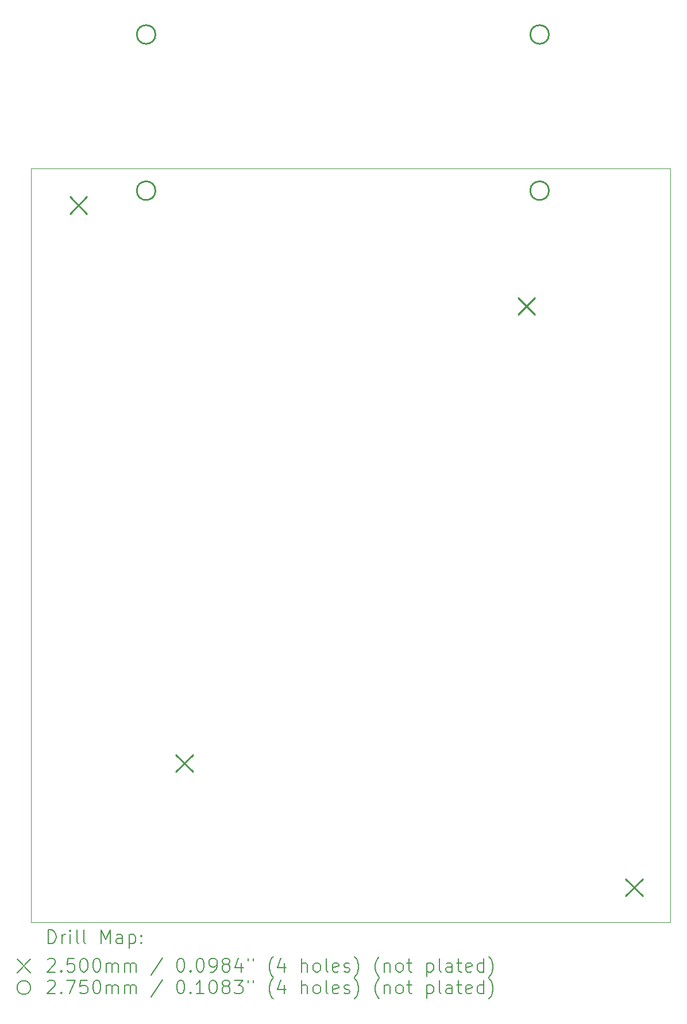
<source format=gbr>
%TF.GenerationSoftware,KiCad,Pcbnew,7.0.10*%
%TF.CreationDate,2024-02-10T20:18:08-06:00*%
%TF.ProjectId,DAQ,4441512e-6b69-4636-9164-5f7063625858,rev?*%
%TF.SameCoordinates,Original*%
%TF.FileFunction,Drillmap*%
%TF.FilePolarity,Positive*%
%FSLAX45Y45*%
G04 Gerber Fmt 4.5, Leading zero omitted, Abs format (unit mm)*
G04 Created by KiCad (PCBNEW 7.0.10) date 2024-02-10 20:18:08*
%MOMM*%
%LPD*%
G01*
G04 APERTURE LIST*
%ADD10C,0.100000*%
%ADD11C,0.200000*%
%ADD12C,0.250000*%
%ADD13C,0.275000*%
G04 APERTURE END LIST*
D10*
X2438400Y-8331200D02*
X11861800Y-8331200D01*
X11861800Y-19431000D01*
X2438400Y-19431000D01*
X2438400Y-8331200D01*
D11*
D12*
X3011900Y-8752300D02*
X3261900Y-9002300D01*
X3261900Y-8752300D02*
X3011900Y-9002300D01*
X4574000Y-16969200D02*
X4824000Y-17219200D01*
X4824000Y-16969200D02*
X4574000Y-17219200D01*
X9615900Y-10238200D02*
X9865900Y-10488200D01*
X9865900Y-10238200D02*
X9615900Y-10488200D01*
X11203400Y-18798000D02*
X11453400Y-19048000D01*
X11453400Y-18798000D02*
X11203400Y-19048000D01*
D13*
X4273300Y-6361400D02*
G75*
G03*
X3998300Y-6361400I-137500J0D01*
G01*
X3998300Y-6361400D02*
G75*
G03*
X4273300Y-6361400I137500J0D01*
G01*
X4273300Y-8661400D02*
G75*
G03*
X3998300Y-8661400I-137500J0D01*
G01*
X3998300Y-8661400D02*
G75*
G03*
X4273300Y-8661400I137500J0D01*
G01*
X10073300Y-6361400D02*
G75*
G03*
X9798300Y-6361400I-137500J0D01*
G01*
X9798300Y-6361400D02*
G75*
G03*
X10073300Y-6361400I137500J0D01*
G01*
X10073300Y-8661400D02*
G75*
G03*
X9798300Y-8661400I-137500J0D01*
G01*
X9798300Y-8661400D02*
G75*
G03*
X10073300Y-8661400I137500J0D01*
G01*
D11*
X2694177Y-19747484D02*
X2694177Y-19547484D01*
X2694177Y-19547484D02*
X2741796Y-19547484D01*
X2741796Y-19547484D02*
X2770367Y-19557008D01*
X2770367Y-19557008D02*
X2789415Y-19576055D01*
X2789415Y-19576055D02*
X2798939Y-19595103D01*
X2798939Y-19595103D02*
X2808462Y-19633198D01*
X2808462Y-19633198D02*
X2808462Y-19661770D01*
X2808462Y-19661770D02*
X2798939Y-19699865D01*
X2798939Y-19699865D02*
X2789415Y-19718912D01*
X2789415Y-19718912D02*
X2770367Y-19737960D01*
X2770367Y-19737960D02*
X2741796Y-19747484D01*
X2741796Y-19747484D02*
X2694177Y-19747484D01*
X2894177Y-19747484D02*
X2894177Y-19614150D01*
X2894177Y-19652246D02*
X2903701Y-19633198D01*
X2903701Y-19633198D02*
X2913224Y-19623674D01*
X2913224Y-19623674D02*
X2932272Y-19614150D01*
X2932272Y-19614150D02*
X2951320Y-19614150D01*
X3017986Y-19747484D02*
X3017986Y-19614150D01*
X3017986Y-19547484D02*
X3008462Y-19557008D01*
X3008462Y-19557008D02*
X3017986Y-19566531D01*
X3017986Y-19566531D02*
X3027510Y-19557008D01*
X3027510Y-19557008D02*
X3017986Y-19547484D01*
X3017986Y-19547484D02*
X3017986Y-19566531D01*
X3141796Y-19747484D02*
X3122748Y-19737960D01*
X3122748Y-19737960D02*
X3113224Y-19718912D01*
X3113224Y-19718912D02*
X3113224Y-19547484D01*
X3246558Y-19747484D02*
X3227510Y-19737960D01*
X3227510Y-19737960D02*
X3217986Y-19718912D01*
X3217986Y-19718912D02*
X3217986Y-19547484D01*
X3475129Y-19747484D02*
X3475129Y-19547484D01*
X3475129Y-19547484D02*
X3541796Y-19690341D01*
X3541796Y-19690341D02*
X3608462Y-19547484D01*
X3608462Y-19547484D02*
X3608462Y-19747484D01*
X3789415Y-19747484D02*
X3789415Y-19642722D01*
X3789415Y-19642722D02*
X3779891Y-19623674D01*
X3779891Y-19623674D02*
X3760843Y-19614150D01*
X3760843Y-19614150D02*
X3722748Y-19614150D01*
X3722748Y-19614150D02*
X3703701Y-19623674D01*
X3789415Y-19737960D02*
X3770367Y-19747484D01*
X3770367Y-19747484D02*
X3722748Y-19747484D01*
X3722748Y-19747484D02*
X3703701Y-19737960D01*
X3703701Y-19737960D02*
X3694177Y-19718912D01*
X3694177Y-19718912D02*
X3694177Y-19699865D01*
X3694177Y-19699865D02*
X3703701Y-19680817D01*
X3703701Y-19680817D02*
X3722748Y-19671293D01*
X3722748Y-19671293D02*
X3770367Y-19671293D01*
X3770367Y-19671293D02*
X3789415Y-19661770D01*
X3884653Y-19614150D02*
X3884653Y-19814150D01*
X3884653Y-19623674D02*
X3903701Y-19614150D01*
X3903701Y-19614150D02*
X3941796Y-19614150D01*
X3941796Y-19614150D02*
X3960843Y-19623674D01*
X3960843Y-19623674D02*
X3970367Y-19633198D01*
X3970367Y-19633198D02*
X3979891Y-19652246D01*
X3979891Y-19652246D02*
X3979891Y-19709389D01*
X3979891Y-19709389D02*
X3970367Y-19728436D01*
X3970367Y-19728436D02*
X3960843Y-19737960D01*
X3960843Y-19737960D02*
X3941796Y-19747484D01*
X3941796Y-19747484D02*
X3903701Y-19747484D01*
X3903701Y-19747484D02*
X3884653Y-19737960D01*
X4065605Y-19728436D02*
X4075129Y-19737960D01*
X4075129Y-19737960D02*
X4065605Y-19747484D01*
X4065605Y-19747484D02*
X4056082Y-19737960D01*
X4056082Y-19737960D02*
X4065605Y-19728436D01*
X4065605Y-19728436D02*
X4065605Y-19747484D01*
X4065605Y-19623674D02*
X4075129Y-19633198D01*
X4075129Y-19633198D02*
X4065605Y-19642722D01*
X4065605Y-19642722D02*
X4056082Y-19633198D01*
X4056082Y-19633198D02*
X4065605Y-19623674D01*
X4065605Y-19623674D02*
X4065605Y-19642722D01*
X2233400Y-19976000D02*
X2433400Y-20176000D01*
X2433400Y-19976000D02*
X2233400Y-20176000D01*
X2684653Y-19986531D02*
X2694177Y-19977008D01*
X2694177Y-19977008D02*
X2713224Y-19967484D01*
X2713224Y-19967484D02*
X2760844Y-19967484D01*
X2760844Y-19967484D02*
X2779891Y-19977008D01*
X2779891Y-19977008D02*
X2789415Y-19986531D01*
X2789415Y-19986531D02*
X2798939Y-20005579D01*
X2798939Y-20005579D02*
X2798939Y-20024627D01*
X2798939Y-20024627D02*
X2789415Y-20053198D01*
X2789415Y-20053198D02*
X2675129Y-20167484D01*
X2675129Y-20167484D02*
X2798939Y-20167484D01*
X2884653Y-20148436D02*
X2894177Y-20157960D01*
X2894177Y-20157960D02*
X2884653Y-20167484D01*
X2884653Y-20167484D02*
X2875129Y-20157960D01*
X2875129Y-20157960D02*
X2884653Y-20148436D01*
X2884653Y-20148436D02*
X2884653Y-20167484D01*
X3075129Y-19967484D02*
X2979891Y-19967484D01*
X2979891Y-19967484D02*
X2970367Y-20062722D01*
X2970367Y-20062722D02*
X2979891Y-20053198D01*
X2979891Y-20053198D02*
X2998939Y-20043674D01*
X2998939Y-20043674D02*
X3046558Y-20043674D01*
X3046558Y-20043674D02*
X3065605Y-20053198D01*
X3065605Y-20053198D02*
X3075129Y-20062722D01*
X3075129Y-20062722D02*
X3084653Y-20081770D01*
X3084653Y-20081770D02*
X3084653Y-20129389D01*
X3084653Y-20129389D02*
X3075129Y-20148436D01*
X3075129Y-20148436D02*
X3065605Y-20157960D01*
X3065605Y-20157960D02*
X3046558Y-20167484D01*
X3046558Y-20167484D02*
X2998939Y-20167484D01*
X2998939Y-20167484D02*
X2979891Y-20157960D01*
X2979891Y-20157960D02*
X2970367Y-20148436D01*
X3208462Y-19967484D02*
X3227510Y-19967484D01*
X3227510Y-19967484D02*
X3246558Y-19977008D01*
X3246558Y-19977008D02*
X3256082Y-19986531D01*
X3256082Y-19986531D02*
X3265605Y-20005579D01*
X3265605Y-20005579D02*
X3275129Y-20043674D01*
X3275129Y-20043674D02*
X3275129Y-20091293D01*
X3275129Y-20091293D02*
X3265605Y-20129389D01*
X3265605Y-20129389D02*
X3256082Y-20148436D01*
X3256082Y-20148436D02*
X3246558Y-20157960D01*
X3246558Y-20157960D02*
X3227510Y-20167484D01*
X3227510Y-20167484D02*
X3208462Y-20167484D01*
X3208462Y-20167484D02*
X3189415Y-20157960D01*
X3189415Y-20157960D02*
X3179891Y-20148436D01*
X3179891Y-20148436D02*
X3170367Y-20129389D01*
X3170367Y-20129389D02*
X3160843Y-20091293D01*
X3160843Y-20091293D02*
X3160843Y-20043674D01*
X3160843Y-20043674D02*
X3170367Y-20005579D01*
X3170367Y-20005579D02*
X3179891Y-19986531D01*
X3179891Y-19986531D02*
X3189415Y-19977008D01*
X3189415Y-19977008D02*
X3208462Y-19967484D01*
X3398939Y-19967484D02*
X3417986Y-19967484D01*
X3417986Y-19967484D02*
X3437034Y-19977008D01*
X3437034Y-19977008D02*
X3446558Y-19986531D01*
X3446558Y-19986531D02*
X3456082Y-20005579D01*
X3456082Y-20005579D02*
X3465605Y-20043674D01*
X3465605Y-20043674D02*
X3465605Y-20091293D01*
X3465605Y-20091293D02*
X3456082Y-20129389D01*
X3456082Y-20129389D02*
X3446558Y-20148436D01*
X3446558Y-20148436D02*
X3437034Y-20157960D01*
X3437034Y-20157960D02*
X3417986Y-20167484D01*
X3417986Y-20167484D02*
X3398939Y-20167484D01*
X3398939Y-20167484D02*
X3379891Y-20157960D01*
X3379891Y-20157960D02*
X3370367Y-20148436D01*
X3370367Y-20148436D02*
X3360843Y-20129389D01*
X3360843Y-20129389D02*
X3351320Y-20091293D01*
X3351320Y-20091293D02*
X3351320Y-20043674D01*
X3351320Y-20043674D02*
X3360843Y-20005579D01*
X3360843Y-20005579D02*
X3370367Y-19986531D01*
X3370367Y-19986531D02*
X3379891Y-19977008D01*
X3379891Y-19977008D02*
X3398939Y-19967484D01*
X3551320Y-20167484D02*
X3551320Y-20034150D01*
X3551320Y-20053198D02*
X3560843Y-20043674D01*
X3560843Y-20043674D02*
X3579891Y-20034150D01*
X3579891Y-20034150D02*
X3608463Y-20034150D01*
X3608463Y-20034150D02*
X3627510Y-20043674D01*
X3627510Y-20043674D02*
X3637034Y-20062722D01*
X3637034Y-20062722D02*
X3637034Y-20167484D01*
X3637034Y-20062722D02*
X3646558Y-20043674D01*
X3646558Y-20043674D02*
X3665605Y-20034150D01*
X3665605Y-20034150D02*
X3694177Y-20034150D01*
X3694177Y-20034150D02*
X3713224Y-20043674D01*
X3713224Y-20043674D02*
X3722748Y-20062722D01*
X3722748Y-20062722D02*
X3722748Y-20167484D01*
X3817986Y-20167484D02*
X3817986Y-20034150D01*
X3817986Y-20053198D02*
X3827510Y-20043674D01*
X3827510Y-20043674D02*
X3846558Y-20034150D01*
X3846558Y-20034150D02*
X3875129Y-20034150D01*
X3875129Y-20034150D02*
X3894177Y-20043674D01*
X3894177Y-20043674D02*
X3903701Y-20062722D01*
X3903701Y-20062722D02*
X3903701Y-20167484D01*
X3903701Y-20062722D02*
X3913224Y-20043674D01*
X3913224Y-20043674D02*
X3932272Y-20034150D01*
X3932272Y-20034150D02*
X3960843Y-20034150D01*
X3960843Y-20034150D02*
X3979891Y-20043674D01*
X3979891Y-20043674D02*
X3989415Y-20062722D01*
X3989415Y-20062722D02*
X3989415Y-20167484D01*
X4379891Y-19957960D02*
X4208463Y-20215103D01*
X4637034Y-19967484D02*
X4656082Y-19967484D01*
X4656082Y-19967484D02*
X4675129Y-19977008D01*
X4675129Y-19977008D02*
X4684653Y-19986531D01*
X4684653Y-19986531D02*
X4694177Y-20005579D01*
X4694177Y-20005579D02*
X4703701Y-20043674D01*
X4703701Y-20043674D02*
X4703701Y-20091293D01*
X4703701Y-20091293D02*
X4694177Y-20129389D01*
X4694177Y-20129389D02*
X4684653Y-20148436D01*
X4684653Y-20148436D02*
X4675129Y-20157960D01*
X4675129Y-20157960D02*
X4656082Y-20167484D01*
X4656082Y-20167484D02*
X4637034Y-20167484D01*
X4637034Y-20167484D02*
X4617987Y-20157960D01*
X4617987Y-20157960D02*
X4608463Y-20148436D01*
X4608463Y-20148436D02*
X4598939Y-20129389D01*
X4598939Y-20129389D02*
X4589415Y-20091293D01*
X4589415Y-20091293D02*
X4589415Y-20043674D01*
X4589415Y-20043674D02*
X4598939Y-20005579D01*
X4598939Y-20005579D02*
X4608463Y-19986531D01*
X4608463Y-19986531D02*
X4617987Y-19977008D01*
X4617987Y-19977008D02*
X4637034Y-19967484D01*
X4789415Y-20148436D02*
X4798939Y-20157960D01*
X4798939Y-20157960D02*
X4789415Y-20167484D01*
X4789415Y-20167484D02*
X4779891Y-20157960D01*
X4779891Y-20157960D02*
X4789415Y-20148436D01*
X4789415Y-20148436D02*
X4789415Y-20167484D01*
X4922748Y-19967484D02*
X4941796Y-19967484D01*
X4941796Y-19967484D02*
X4960844Y-19977008D01*
X4960844Y-19977008D02*
X4970368Y-19986531D01*
X4970368Y-19986531D02*
X4979891Y-20005579D01*
X4979891Y-20005579D02*
X4989415Y-20043674D01*
X4989415Y-20043674D02*
X4989415Y-20091293D01*
X4989415Y-20091293D02*
X4979891Y-20129389D01*
X4979891Y-20129389D02*
X4970368Y-20148436D01*
X4970368Y-20148436D02*
X4960844Y-20157960D01*
X4960844Y-20157960D02*
X4941796Y-20167484D01*
X4941796Y-20167484D02*
X4922748Y-20167484D01*
X4922748Y-20167484D02*
X4903701Y-20157960D01*
X4903701Y-20157960D02*
X4894177Y-20148436D01*
X4894177Y-20148436D02*
X4884653Y-20129389D01*
X4884653Y-20129389D02*
X4875129Y-20091293D01*
X4875129Y-20091293D02*
X4875129Y-20043674D01*
X4875129Y-20043674D02*
X4884653Y-20005579D01*
X4884653Y-20005579D02*
X4894177Y-19986531D01*
X4894177Y-19986531D02*
X4903701Y-19977008D01*
X4903701Y-19977008D02*
X4922748Y-19967484D01*
X5084653Y-20167484D02*
X5122748Y-20167484D01*
X5122748Y-20167484D02*
X5141796Y-20157960D01*
X5141796Y-20157960D02*
X5151320Y-20148436D01*
X5151320Y-20148436D02*
X5170368Y-20119865D01*
X5170368Y-20119865D02*
X5179891Y-20081770D01*
X5179891Y-20081770D02*
X5179891Y-20005579D01*
X5179891Y-20005579D02*
X5170368Y-19986531D01*
X5170368Y-19986531D02*
X5160844Y-19977008D01*
X5160844Y-19977008D02*
X5141796Y-19967484D01*
X5141796Y-19967484D02*
X5103701Y-19967484D01*
X5103701Y-19967484D02*
X5084653Y-19977008D01*
X5084653Y-19977008D02*
X5075129Y-19986531D01*
X5075129Y-19986531D02*
X5065606Y-20005579D01*
X5065606Y-20005579D02*
X5065606Y-20053198D01*
X5065606Y-20053198D02*
X5075129Y-20072246D01*
X5075129Y-20072246D02*
X5084653Y-20081770D01*
X5084653Y-20081770D02*
X5103701Y-20091293D01*
X5103701Y-20091293D02*
X5141796Y-20091293D01*
X5141796Y-20091293D02*
X5160844Y-20081770D01*
X5160844Y-20081770D02*
X5170368Y-20072246D01*
X5170368Y-20072246D02*
X5179891Y-20053198D01*
X5294177Y-20053198D02*
X5275129Y-20043674D01*
X5275129Y-20043674D02*
X5265606Y-20034150D01*
X5265606Y-20034150D02*
X5256082Y-20015103D01*
X5256082Y-20015103D02*
X5256082Y-20005579D01*
X5256082Y-20005579D02*
X5265606Y-19986531D01*
X5265606Y-19986531D02*
X5275129Y-19977008D01*
X5275129Y-19977008D02*
X5294177Y-19967484D01*
X5294177Y-19967484D02*
X5332272Y-19967484D01*
X5332272Y-19967484D02*
X5351320Y-19977008D01*
X5351320Y-19977008D02*
X5360844Y-19986531D01*
X5360844Y-19986531D02*
X5370368Y-20005579D01*
X5370368Y-20005579D02*
X5370368Y-20015103D01*
X5370368Y-20015103D02*
X5360844Y-20034150D01*
X5360844Y-20034150D02*
X5351320Y-20043674D01*
X5351320Y-20043674D02*
X5332272Y-20053198D01*
X5332272Y-20053198D02*
X5294177Y-20053198D01*
X5294177Y-20053198D02*
X5275129Y-20062722D01*
X5275129Y-20062722D02*
X5265606Y-20072246D01*
X5265606Y-20072246D02*
X5256082Y-20091293D01*
X5256082Y-20091293D02*
X5256082Y-20129389D01*
X5256082Y-20129389D02*
X5265606Y-20148436D01*
X5265606Y-20148436D02*
X5275129Y-20157960D01*
X5275129Y-20157960D02*
X5294177Y-20167484D01*
X5294177Y-20167484D02*
X5332272Y-20167484D01*
X5332272Y-20167484D02*
X5351320Y-20157960D01*
X5351320Y-20157960D02*
X5360844Y-20148436D01*
X5360844Y-20148436D02*
X5370368Y-20129389D01*
X5370368Y-20129389D02*
X5370368Y-20091293D01*
X5370368Y-20091293D02*
X5360844Y-20072246D01*
X5360844Y-20072246D02*
X5351320Y-20062722D01*
X5351320Y-20062722D02*
X5332272Y-20053198D01*
X5541796Y-20034150D02*
X5541796Y-20167484D01*
X5494177Y-19957960D02*
X5446558Y-20100817D01*
X5446558Y-20100817D02*
X5570368Y-20100817D01*
X5637034Y-19967484D02*
X5637034Y-20005579D01*
X5713225Y-19967484D02*
X5713225Y-20005579D01*
X6008463Y-20243674D02*
X5998939Y-20234150D01*
X5998939Y-20234150D02*
X5979891Y-20205579D01*
X5979891Y-20205579D02*
X5970368Y-20186531D01*
X5970368Y-20186531D02*
X5960844Y-20157960D01*
X5960844Y-20157960D02*
X5951320Y-20110341D01*
X5951320Y-20110341D02*
X5951320Y-20072246D01*
X5951320Y-20072246D02*
X5960844Y-20024627D01*
X5960844Y-20024627D02*
X5970368Y-19996055D01*
X5970368Y-19996055D02*
X5979891Y-19977008D01*
X5979891Y-19977008D02*
X5998939Y-19948436D01*
X5998939Y-19948436D02*
X6008463Y-19938912D01*
X6170368Y-20034150D02*
X6170368Y-20167484D01*
X6122748Y-19957960D02*
X6075129Y-20100817D01*
X6075129Y-20100817D02*
X6198939Y-20100817D01*
X6427510Y-20167484D02*
X6427510Y-19967484D01*
X6513225Y-20167484D02*
X6513225Y-20062722D01*
X6513225Y-20062722D02*
X6503701Y-20043674D01*
X6503701Y-20043674D02*
X6484653Y-20034150D01*
X6484653Y-20034150D02*
X6456082Y-20034150D01*
X6456082Y-20034150D02*
X6437034Y-20043674D01*
X6437034Y-20043674D02*
X6427510Y-20053198D01*
X6637034Y-20167484D02*
X6617987Y-20157960D01*
X6617987Y-20157960D02*
X6608463Y-20148436D01*
X6608463Y-20148436D02*
X6598939Y-20129389D01*
X6598939Y-20129389D02*
X6598939Y-20072246D01*
X6598939Y-20072246D02*
X6608463Y-20053198D01*
X6608463Y-20053198D02*
X6617987Y-20043674D01*
X6617987Y-20043674D02*
X6637034Y-20034150D01*
X6637034Y-20034150D02*
X6665606Y-20034150D01*
X6665606Y-20034150D02*
X6684653Y-20043674D01*
X6684653Y-20043674D02*
X6694177Y-20053198D01*
X6694177Y-20053198D02*
X6703701Y-20072246D01*
X6703701Y-20072246D02*
X6703701Y-20129389D01*
X6703701Y-20129389D02*
X6694177Y-20148436D01*
X6694177Y-20148436D02*
X6684653Y-20157960D01*
X6684653Y-20157960D02*
X6665606Y-20167484D01*
X6665606Y-20167484D02*
X6637034Y-20167484D01*
X6817987Y-20167484D02*
X6798939Y-20157960D01*
X6798939Y-20157960D02*
X6789415Y-20138912D01*
X6789415Y-20138912D02*
X6789415Y-19967484D01*
X6970368Y-20157960D02*
X6951320Y-20167484D01*
X6951320Y-20167484D02*
X6913225Y-20167484D01*
X6913225Y-20167484D02*
X6894177Y-20157960D01*
X6894177Y-20157960D02*
X6884653Y-20138912D01*
X6884653Y-20138912D02*
X6884653Y-20062722D01*
X6884653Y-20062722D02*
X6894177Y-20043674D01*
X6894177Y-20043674D02*
X6913225Y-20034150D01*
X6913225Y-20034150D02*
X6951320Y-20034150D01*
X6951320Y-20034150D02*
X6970368Y-20043674D01*
X6970368Y-20043674D02*
X6979891Y-20062722D01*
X6979891Y-20062722D02*
X6979891Y-20081770D01*
X6979891Y-20081770D02*
X6884653Y-20100817D01*
X7056082Y-20157960D02*
X7075130Y-20167484D01*
X7075130Y-20167484D02*
X7113225Y-20167484D01*
X7113225Y-20167484D02*
X7132272Y-20157960D01*
X7132272Y-20157960D02*
X7141796Y-20138912D01*
X7141796Y-20138912D02*
X7141796Y-20129389D01*
X7141796Y-20129389D02*
X7132272Y-20110341D01*
X7132272Y-20110341D02*
X7113225Y-20100817D01*
X7113225Y-20100817D02*
X7084653Y-20100817D01*
X7084653Y-20100817D02*
X7065606Y-20091293D01*
X7065606Y-20091293D02*
X7056082Y-20072246D01*
X7056082Y-20072246D02*
X7056082Y-20062722D01*
X7056082Y-20062722D02*
X7065606Y-20043674D01*
X7065606Y-20043674D02*
X7084653Y-20034150D01*
X7084653Y-20034150D02*
X7113225Y-20034150D01*
X7113225Y-20034150D02*
X7132272Y-20043674D01*
X7208463Y-20243674D02*
X7217987Y-20234150D01*
X7217987Y-20234150D02*
X7237034Y-20205579D01*
X7237034Y-20205579D02*
X7246558Y-20186531D01*
X7246558Y-20186531D02*
X7256082Y-20157960D01*
X7256082Y-20157960D02*
X7265606Y-20110341D01*
X7265606Y-20110341D02*
X7265606Y-20072246D01*
X7265606Y-20072246D02*
X7256082Y-20024627D01*
X7256082Y-20024627D02*
X7246558Y-19996055D01*
X7246558Y-19996055D02*
X7237034Y-19977008D01*
X7237034Y-19977008D02*
X7217987Y-19948436D01*
X7217987Y-19948436D02*
X7208463Y-19938912D01*
X7570368Y-20243674D02*
X7560844Y-20234150D01*
X7560844Y-20234150D02*
X7541796Y-20205579D01*
X7541796Y-20205579D02*
X7532272Y-20186531D01*
X7532272Y-20186531D02*
X7522749Y-20157960D01*
X7522749Y-20157960D02*
X7513225Y-20110341D01*
X7513225Y-20110341D02*
X7513225Y-20072246D01*
X7513225Y-20072246D02*
X7522749Y-20024627D01*
X7522749Y-20024627D02*
X7532272Y-19996055D01*
X7532272Y-19996055D02*
X7541796Y-19977008D01*
X7541796Y-19977008D02*
X7560844Y-19948436D01*
X7560844Y-19948436D02*
X7570368Y-19938912D01*
X7646558Y-20034150D02*
X7646558Y-20167484D01*
X7646558Y-20053198D02*
X7656082Y-20043674D01*
X7656082Y-20043674D02*
X7675130Y-20034150D01*
X7675130Y-20034150D02*
X7703701Y-20034150D01*
X7703701Y-20034150D02*
X7722749Y-20043674D01*
X7722749Y-20043674D02*
X7732272Y-20062722D01*
X7732272Y-20062722D02*
X7732272Y-20167484D01*
X7856082Y-20167484D02*
X7837034Y-20157960D01*
X7837034Y-20157960D02*
X7827511Y-20148436D01*
X7827511Y-20148436D02*
X7817987Y-20129389D01*
X7817987Y-20129389D02*
X7817987Y-20072246D01*
X7817987Y-20072246D02*
X7827511Y-20053198D01*
X7827511Y-20053198D02*
X7837034Y-20043674D01*
X7837034Y-20043674D02*
X7856082Y-20034150D01*
X7856082Y-20034150D02*
X7884653Y-20034150D01*
X7884653Y-20034150D02*
X7903701Y-20043674D01*
X7903701Y-20043674D02*
X7913225Y-20053198D01*
X7913225Y-20053198D02*
X7922749Y-20072246D01*
X7922749Y-20072246D02*
X7922749Y-20129389D01*
X7922749Y-20129389D02*
X7913225Y-20148436D01*
X7913225Y-20148436D02*
X7903701Y-20157960D01*
X7903701Y-20157960D02*
X7884653Y-20167484D01*
X7884653Y-20167484D02*
X7856082Y-20167484D01*
X7979892Y-20034150D02*
X8056082Y-20034150D01*
X8008463Y-19967484D02*
X8008463Y-20138912D01*
X8008463Y-20138912D02*
X8017987Y-20157960D01*
X8017987Y-20157960D02*
X8037034Y-20167484D01*
X8037034Y-20167484D02*
X8056082Y-20167484D01*
X8275130Y-20034150D02*
X8275130Y-20234150D01*
X8275130Y-20043674D02*
X8294177Y-20034150D01*
X8294177Y-20034150D02*
X8332273Y-20034150D01*
X8332273Y-20034150D02*
X8351320Y-20043674D01*
X8351320Y-20043674D02*
X8360844Y-20053198D01*
X8360844Y-20053198D02*
X8370368Y-20072246D01*
X8370368Y-20072246D02*
X8370368Y-20129389D01*
X8370368Y-20129389D02*
X8360844Y-20148436D01*
X8360844Y-20148436D02*
X8351320Y-20157960D01*
X8351320Y-20157960D02*
X8332273Y-20167484D01*
X8332273Y-20167484D02*
X8294177Y-20167484D01*
X8294177Y-20167484D02*
X8275130Y-20157960D01*
X8484654Y-20167484D02*
X8465606Y-20157960D01*
X8465606Y-20157960D02*
X8456082Y-20138912D01*
X8456082Y-20138912D02*
X8456082Y-19967484D01*
X8646558Y-20167484D02*
X8646558Y-20062722D01*
X8646558Y-20062722D02*
X8637035Y-20043674D01*
X8637035Y-20043674D02*
X8617987Y-20034150D01*
X8617987Y-20034150D02*
X8579892Y-20034150D01*
X8579892Y-20034150D02*
X8560844Y-20043674D01*
X8646558Y-20157960D02*
X8627511Y-20167484D01*
X8627511Y-20167484D02*
X8579892Y-20167484D01*
X8579892Y-20167484D02*
X8560844Y-20157960D01*
X8560844Y-20157960D02*
X8551320Y-20138912D01*
X8551320Y-20138912D02*
X8551320Y-20119865D01*
X8551320Y-20119865D02*
X8560844Y-20100817D01*
X8560844Y-20100817D02*
X8579892Y-20091293D01*
X8579892Y-20091293D02*
X8627511Y-20091293D01*
X8627511Y-20091293D02*
X8646558Y-20081770D01*
X8713225Y-20034150D02*
X8789415Y-20034150D01*
X8741796Y-19967484D02*
X8741796Y-20138912D01*
X8741796Y-20138912D02*
X8751320Y-20157960D01*
X8751320Y-20157960D02*
X8770368Y-20167484D01*
X8770368Y-20167484D02*
X8789415Y-20167484D01*
X8932273Y-20157960D02*
X8913225Y-20167484D01*
X8913225Y-20167484D02*
X8875130Y-20167484D01*
X8875130Y-20167484D02*
X8856082Y-20157960D01*
X8856082Y-20157960D02*
X8846558Y-20138912D01*
X8846558Y-20138912D02*
X8846558Y-20062722D01*
X8846558Y-20062722D02*
X8856082Y-20043674D01*
X8856082Y-20043674D02*
X8875130Y-20034150D01*
X8875130Y-20034150D02*
X8913225Y-20034150D01*
X8913225Y-20034150D02*
X8932273Y-20043674D01*
X8932273Y-20043674D02*
X8941796Y-20062722D01*
X8941796Y-20062722D02*
X8941796Y-20081770D01*
X8941796Y-20081770D02*
X8846558Y-20100817D01*
X9113225Y-20167484D02*
X9113225Y-19967484D01*
X9113225Y-20157960D02*
X9094177Y-20167484D01*
X9094177Y-20167484D02*
X9056082Y-20167484D01*
X9056082Y-20167484D02*
X9037035Y-20157960D01*
X9037035Y-20157960D02*
X9027511Y-20148436D01*
X9027511Y-20148436D02*
X9017987Y-20129389D01*
X9017987Y-20129389D02*
X9017987Y-20072246D01*
X9017987Y-20072246D02*
X9027511Y-20053198D01*
X9027511Y-20053198D02*
X9037035Y-20043674D01*
X9037035Y-20043674D02*
X9056082Y-20034150D01*
X9056082Y-20034150D02*
X9094177Y-20034150D01*
X9094177Y-20034150D02*
X9113225Y-20043674D01*
X9189416Y-20243674D02*
X9198939Y-20234150D01*
X9198939Y-20234150D02*
X9217987Y-20205579D01*
X9217987Y-20205579D02*
X9227511Y-20186531D01*
X9227511Y-20186531D02*
X9237035Y-20157960D01*
X9237035Y-20157960D02*
X9246558Y-20110341D01*
X9246558Y-20110341D02*
X9246558Y-20072246D01*
X9246558Y-20072246D02*
X9237035Y-20024627D01*
X9237035Y-20024627D02*
X9227511Y-19996055D01*
X9227511Y-19996055D02*
X9217987Y-19977008D01*
X9217987Y-19977008D02*
X9198939Y-19948436D01*
X9198939Y-19948436D02*
X9189416Y-19938912D01*
X2433400Y-20396000D02*
G75*
G03*
X2233400Y-20396000I-100000J0D01*
G01*
X2233400Y-20396000D02*
G75*
G03*
X2433400Y-20396000I100000J0D01*
G01*
X2684653Y-20306531D02*
X2694177Y-20297008D01*
X2694177Y-20297008D02*
X2713224Y-20287484D01*
X2713224Y-20287484D02*
X2760844Y-20287484D01*
X2760844Y-20287484D02*
X2779891Y-20297008D01*
X2779891Y-20297008D02*
X2789415Y-20306531D01*
X2789415Y-20306531D02*
X2798939Y-20325579D01*
X2798939Y-20325579D02*
X2798939Y-20344627D01*
X2798939Y-20344627D02*
X2789415Y-20373198D01*
X2789415Y-20373198D02*
X2675129Y-20487484D01*
X2675129Y-20487484D02*
X2798939Y-20487484D01*
X2884653Y-20468436D02*
X2894177Y-20477960D01*
X2894177Y-20477960D02*
X2884653Y-20487484D01*
X2884653Y-20487484D02*
X2875129Y-20477960D01*
X2875129Y-20477960D02*
X2884653Y-20468436D01*
X2884653Y-20468436D02*
X2884653Y-20487484D01*
X2960843Y-20287484D02*
X3094177Y-20287484D01*
X3094177Y-20287484D02*
X3008462Y-20487484D01*
X3265605Y-20287484D02*
X3170367Y-20287484D01*
X3170367Y-20287484D02*
X3160843Y-20382722D01*
X3160843Y-20382722D02*
X3170367Y-20373198D01*
X3170367Y-20373198D02*
X3189415Y-20363674D01*
X3189415Y-20363674D02*
X3237034Y-20363674D01*
X3237034Y-20363674D02*
X3256082Y-20373198D01*
X3256082Y-20373198D02*
X3265605Y-20382722D01*
X3265605Y-20382722D02*
X3275129Y-20401770D01*
X3275129Y-20401770D02*
X3275129Y-20449389D01*
X3275129Y-20449389D02*
X3265605Y-20468436D01*
X3265605Y-20468436D02*
X3256082Y-20477960D01*
X3256082Y-20477960D02*
X3237034Y-20487484D01*
X3237034Y-20487484D02*
X3189415Y-20487484D01*
X3189415Y-20487484D02*
X3170367Y-20477960D01*
X3170367Y-20477960D02*
X3160843Y-20468436D01*
X3398939Y-20287484D02*
X3417986Y-20287484D01*
X3417986Y-20287484D02*
X3437034Y-20297008D01*
X3437034Y-20297008D02*
X3446558Y-20306531D01*
X3446558Y-20306531D02*
X3456082Y-20325579D01*
X3456082Y-20325579D02*
X3465605Y-20363674D01*
X3465605Y-20363674D02*
X3465605Y-20411293D01*
X3465605Y-20411293D02*
X3456082Y-20449389D01*
X3456082Y-20449389D02*
X3446558Y-20468436D01*
X3446558Y-20468436D02*
X3437034Y-20477960D01*
X3437034Y-20477960D02*
X3417986Y-20487484D01*
X3417986Y-20487484D02*
X3398939Y-20487484D01*
X3398939Y-20487484D02*
X3379891Y-20477960D01*
X3379891Y-20477960D02*
X3370367Y-20468436D01*
X3370367Y-20468436D02*
X3360843Y-20449389D01*
X3360843Y-20449389D02*
X3351320Y-20411293D01*
X3351320Y-20411293D02*
X3351320Y-20363674D01*
X3351320Y-20363674D02*
X3360843Y-20325579D01*
X3360843Y-20325579D02*
X3370367Y-20306531D01*
X3370367Y-20306531D02*
X3379891Y-20297008D01*
X3379891Y-20297008D02*
X3398939Y-20287484D01*
X3551320Y-20487484D02*
X3551320Y-20354150D01*
X3551320Y-20373198D02*
X3560843Y-20363674D01*
X3560843Y-20363674D02*
X3579891Y-20354150D01*
X3579891Y-20354150D02*
X3608463Y-20354150D01*
X3608463Y-20354150D02*
X3627510Y-20363674D01*
X3627510Y-20363674D02*
X3637034Y-20382722D01*
X3637034Y-20382722D02*
X3637034Y-20487484D01*
X3637034Y-20382722D02*
X3646558Y-20363674D01*
X3646558Y-20363674D02*
X3665605Y-20354150D01*
X3665605Y-20354150D02*
X3694177Y-20354150D01*
X3694177Y-20354150D02*
X3713224Y-20363674D01*
X3713224Y-20363674D02*
X3722748Y-20382722D01*
X3722748Y-20382722D02*
X3722748Y-20487484D01*
X3817986Y-20487484D02*
X3817986Y-20354150D01*
X3817986Y-20373198D02*
X3827510Y-20363674D01*
X3827510Y-20363674D02*
X3846558Y-20354150D01*
X3846558Y-20354150D02*
X3875129Y-20354150D01*
X3875129Y-20354150D02*
X3894177Y-20363674D01*
X3894177Y-20363674D02*
X3903701Y-20382722D01*
X3903701Y-20382722D02*
X3903701Y-20487484D01*
X3903701Y-20382722D02*
X3913224Y-20363674D01*
X3913224Y-20363674D02*
X3932272Y-20354150D01*
X3932272Y-20354150D02*
X3960843Y-20354150D01*
X3960843Y-20354150D02*
X3979891Y-20363674D01*
X3979891Y-20363674D02*
X3989415Y-20382722D01*
X3989415Y-20382722D02*
X3989415Y-20487484D01*
X4379891Y-20277960D02*
X4208463Y-20535103D01*
X4637034Y-20287484D02*
X4656082Y-20287484D01*
X4656082Y-20287484D02*
X4675129Y-20297008D01*
X4675129Y-20297008D02*
X4684653Y-20306531D01*
X4684653Y-20306531D02*
X4694177Y-20325579D01*
X4694177Y-20325579D02*
X4703701Y-20363674D01*
X4703701Y-20363674D02*
X4703701Y-20411293D01*
X4703701Y-20411293D02*
X4694177Y-20449389D01*
X4694177Y-20449389D02*
X4684653Y-20468436D01*
X4684653Y-20468436D02*
X4675129Y-20477960D01*
X4675129Y-20477960D02*
X4656082Y-20487484D01*
X4656082Y-20487484D02*
X4637034Y-20487484D01*
X4637034Y-20487484D02*
X4617987Y-20477960D01*
X4617987Y-20477960D02*
X4608463Y-20468436D01*
X4608463Y-20468436D02*
X4598939Y-20449389D01*
X4598939Y-20449389D02*
X4589415Y-20411293D01*
X4589415Y-20411293D02*
X4589415Y-20363674D01*
X4589415Y-20363674D02*
X4598939Y-20325579D01*
X4598939Y-20325579D02*
X4608463Y-20306531D01*
X4608463Y-20306531D02*
X4617987Y-20297008D01*
X4617987Y-20297008D02*
X4637034Y-20287484D01*
X4789415Y-20468436D02*
X4798939Y-20477960D01*
X4798939Y-20477960D02*
X4789415Y-20487484D01*
X4789415Y-20487484D02*
X4779891Y-20477960D01*
X4779891Y-20477960D02*
X4789415Y-20468436D01*
X4789415Y-20468436D02*
X4789415Y-20487484D01*
X4989415Y-20487484D02*
X4875129Y-20487484D01*
X4932272Y-20487484D02*
X4932272Y-20287484D01*
X4932272Y-20287484D02*
X4913225Y-20316055D01*
X4913225Y-20316055D02*
X4894177Y-20335103D01*
X4894177Y-20335103D02*
X4875129Y-20344627D01*
X5113225Y-20287484D02*
X5132272Y-20287484D01*
X5132272Y-20287484D02*
X5151320Y-20297008D01*
X5151320Y-20297008D02*
X5160844Y-20306531D01*
X5160844Y-20306531D02*
X5170368Y-20325579D01*
X5170368Y-20325579D02*
X5179891Y-20363674D01*
X5179891Y-20363674D02*
X5179891Y-20411293D01*
X5179891Y-20411293D02*
X5170368Y-20449389D01*
X5170368Y-20449389D02*
X5160844Y-20468436D01*
X5160844Y-20468436D02*
X5151320Y-20477960D01*
X5151320Y-20477960D02*
X5132272Y-20487484D01*
X5132272Y-20487484D02*
X5113225Y-20487484D01*
X5113225Y-20487484D02*
X5094177Y-20477960D01*
X5094177Y-20477960D02*
X5084653Y-20468436D01*
X5084653Y-20468436D02*
X5075129Y-20449389D01*
X5075129Y-20449389D02*
X5065606Y-20411293D01*
X5065606Y-20411293D02*
X5065606Y-20363674D01*
X5065606Y-20363674D02*
X5075129Y-20325579D01*
X5075129Y-20325579D02*
X5084653Y-20306531D01*
X5084653Y-20306531D02*
X5094177Y-20297008D01*
X5094177Y-20297008D02*
X5113225Y-20287484D01*
X5294177Y-20373198D02*
X5275129Y-20363674D01*
X5275129Y-20363674D02*
X5265606Y-20354150D01*
X5265606Y-20354150D02*
X5256082Y-20335103D01*
X5256082Y-20335103D02*
X5256082Y-20325579D01*
X5256082Y-20325579D02*
X5265606Y-20306531D01*
X5265606Y-20306531D02*
X5275129Y-20297008D01*
X5275129Y-20297008D02*
X5294177Y-20287484D01*
X5294177Y-20287484D02*
X5332272Y-20287484D01*
X5332272Y-20287484D02*
X5351320Y-20297008D01*
X5351320Y-20297008D02*
X5360844Y-20306531D01*
X5360844Y-20306531D02*
X5370368Y-20325579D01*
X5370368Y-20325579D02*
X5370368Y-20335103D01*
X5370368Y-20335103D02*
X5360844Y-20354150D01*
X5360844Y-20354150D02*
X5351320Y-20363674D01*
X5351320Y-20363674D02*
X5332272Y-20373198D01*
X5332272Y-20373198D02*
X5294177Y-20373198D01*
X5294177Y-20373198D02*
X5275129Y-20382722D01*
X5275129Y-20382722D02*
X5265606Y-20392246D01*
X5265606Y-20392246D02*
X5256082Y-20411293D01*
X5256082Y-20411293D02*
X5256082Y-20449389D01*
X5256082Y-20449389D02*
X5265606Y-20468436D01*
X5265606Y-20468436D02*
X5275129Y-20477960D01*
X5275129Y-20477960D02*
X5294177Y-20487484D01*
X5294177Y-20487484D02*
X5332272Y-20487484D01*
X5332272Y-20487484D02*
X5351320Y-20477960D01*
X5351320Y-20477960D02*
X5360844Y-20468436D01*
X5360844Y-20468436D02*
X5370368Y-20449389D01*
X5370368Y-20449389D02*
X5370368Y-20411293D01*
X5370368Y-20411293D02*
X5360844Y-20392246D01*
X5360844Y-20392246D02*
X5351320Y-20382722D01*
X5351320Y-20382722D02*
X5332272Y-20373198D01*
X5437034Y-20287484D02*
X5560844Y-20287484D01*
X5560844Y-20287484D02*
X5494177Y-20363674D01*
X5494177Y-20363674D02*
X5522749Y-20363674D01*
X5522749Y-20363674D02*
X5541796Y-20373198D01*
X5541796Y-20373198D02*
X5551320Y-20382722D01*
X5551320Y-20382722D02*
X5560844Y-20401770D01*
X5560844Y-20401770D02*
X5560844Y-20449389D01*
X5560844Y-20449389D02*
X5551320Y-20468436D01*
X5551320Y-20468436D02*
X5541796Y-20477960D01*
X5541796Y-20477960D02*
X5522749Y-20487484D01*
X5522749Y-20487484D02*
X5465606Y-20487484D01*
X5465606Y-20487484D02*
X5446558Y-20477960D01*
X5446558Y-20477960D02*
X5437034Y-20468436D01*
X5637034Y-20287484D02*
X5637034Y-20325579D01*
X5713225Y-20287484D02*
X5713225Y-20325579D01*
X6008463Y-20563674D02*
X5998939Y-20554150D01*
X5998939Y-20554150D02*
X5979891Y-20525579D01*
X5979891Y-20525579D02*
X5970368Y-20506531D01*
X5970368Y-20506531D02*
X5960844Y-20477960D01*
X5960844Y-20477960D02*
X5951320Y-20430341D01*
X5951320Y-20430341D02*
X5951320Y-20392246D01*
X5951320Y-20392246D02*
X5960844Y-20344627D01*
X5960844Y-20344627D02*
X5970368Y-20316055D01*
X5970368Y-20316055D02*
X5979891Y-20297008D01*
X5979891Y-20297008D02*
X5998939Y-20268436D01*
X5998939Y-20268436D02*
X6008463Y-20258912D01*
X6170368Y-20354150D02*
X6170368Y-20487484D01*
X6122748Y-20277960D02*
X6075129Y-20420817D01*
X6075129Y-20420817D02*
X6198939Y-20420817D01*
X6427510Y-20487484D02*
X6427510Y-20287484D01*
X6513225Y-20487484D02*
X6513225Y-20382722D01*
X6513225Y-20382722D02*
X6503701Y-20363674D01*
X6503701Y-20363674D02*
X6484653Y-20354150D01*
X6484653Y-20354150D02*
X6456082Y-20354150D01*
X6456082Y-20354150D02*
X6437034Y-20363674D01*
X6437034Y-20363674D02*
X6427510Y-20373198D01*
X6637034Y-20487484D02*
X6617987Y-20477960D01*
X6617987Y-20477960D02*
X6608463Y-20468436D01*
X6608463Y-20468436D02*
X6598939Y-20449389D01*
X6598939Y-20449389D02*
X6598939Y-20392246D01*
X6598939Y-20392246D02*
X6608463Y-20373198D01*
X6608463Y-20373198D02*
X6617987Y-20363674D01*
X6617987Y-20363674D02*
X6637034Y-20354150D01*
X6637034Y-20354150D02*
X6665606Y-20354150D01*
X6665606Y-20354150D02*
X6684653Y-20363674D01*
X6684653Y-20363674D02*
X6694177Y-20373198D01*
X6694177Y-20373198D02*
X6703701Y-20392246D01*
X6703701Y-20392246D02*
X6703701Y-20449389D01*
X6703701Y-20449389D02*
X6694177Y-20468436D01*
X6694177Y-20468436D02*
X6684653Y-20477960D01*
X6684653Y-20477960D02*
X6665606Y-20487484D01*
X6665606Y-20487484D02*
X6637034Y-20487484D01*
X6817987Y-20487484D02*
X6798939Y-20477960D01*
X6798939Y-20477960D02*
X6789415Y-20458912D01*
X6789415Y-20458912D02*
X6789415Y-20287484D01*
X6970368Y-20477960D02*
X6951320Y-20487484D01*
X6951320Y-20487484D02*
X6913225Y-20487484D01*
X6913225Y-20487484D02*
X6894177Y-20477960D01*
X6894177Y-20477960D02*
X6884653Y-20458912D01*
X6884653Y-20458912D02*
X6884653Y-20382722D01*
X6884653Y-20382722D02*
X6894177Y-20363674D01*
X6894177Y-20363674D02*
X6913225Y-20354150D01*
X6913225Y-20354150D02*
X6951320Y-20354150D01*
X6951320Y-20354150D02*
X6970368Y-20363674D01*
X6970368Y-20363674D02*
X6979891Y-20382722D01*
X6979891Y-20382722D02*
X6979891Y-20401770D01*
X6979891Y-20401770D02*
X6884653Y-20420817D01*
X7056082Y-20477960D02*
X7075130Y-20487484D01*
X7075130Y-20487484D02*
X7113225Y-20487484D01*
X7113225Y-20487484D02*
X7132272Y-20477960D01*
X7132272Y-20477960D02*
X7141796Y-20458912D01*
X7141796Y-20458912D02*
X7141796Y-20449389D01*
X7141796Y-20449389D02*
X7132272Y-20430341D01*
X7132272Y-20430341D02*
X7113225Y-20420817D01*
X7113225Y-20420817D02*
X7084653Y-20420817D01*
X7084653Y-20420817D02*
X7065606Y-20411293D01*
X7065606Y-20411293D02*
X7056082Y-20392246D01*
X7056082Y-20392246D02*
X7056082Y-20382722D01*
X7056082Y-20382722D02*
X7065606Y-20363674D01*
X7065606Y-20363674D02*
X7084653Y-20354150D01*
X7084653Y-20354150D02*
X7113225Y-20354150D01*
X7113225Y-20354150D02*
X7132272Y-20363674D01*
X7208463Y-20563674D02*
X7217987Y-20554150D01*
X7217987Y-20554150D02*
X7237034Y-20525579D01*
X7237034Y-20525579D02*
X7246558Y-20506531D01*
X7246558Y-20506531D02*
X7256082Y-20477960D01*
X7256082Y-20477960D02*
X7265606Y-20430341D01*
X7265606Y-20430341D02*
X7265606Y-20392246D01*
X7265606Y-20392246D02*
X7256082Y-20344627D01*
X7256082Y-20344627D02*
X7246558Y-20316055D01*
X7246558Y-20316055D02*
X7237034Y-20297008D01*
X7237034Y-20297008D02*
X7217987Y-20268436D01*
X7217987Y-20268436D02*
X7208463Y-20258912D01*
X7570368Y-20563674D02*
X7560844Y-20554150D01*
X7560844Y-20554150D02*
X7541796Y-20525579D01*
X7541796Y-20525579D02*
X7532272Y-20506531D01*
X7532272Y-20506531D02*
X7522749Y-20477960D01*
X7522749Y-20477960D02*
X7513225Y-20430341D01*
X7513225Y-20430341D02*
X7513225Y-20392246D01*
X7513225Y-20392246D02*
X7522749Y-20344627D01*
X7522749Y-20344627D02*
X7532272Y-20316055D01*
X7532272Y-20316055D02*
X7541796Y-20297008D01*
X7541796Y-20297008D02*
X7560844Y-20268436D01*
X7560844Y-20268436D02*
X7570368Y-20258912D01*
X7646558Y-20354150D02*
X7646558Y-20487484D01*
X7646558Y-20373198D02*
X7656082Y-20363674D01*
X7656082Y-20363674D02*
X7675130Y-20354150D01*
X7675130Y-20354150D02*
X7703701Y-20354150D01*
X7703701Y-20354150D02*
X7722749Y-20363674D01*
X7722749Y-20363674D02*
X7732272Y-20382722D01*
X7732272Y-20382722D02*
X7732272Y-20487484D01*
X7856082Y-20487484D02*
X7837034Y-20477960D01*
X7837034Y-20477960D02*
X7827511Y-20468436D01*
X7827511Y-20468436D02*
X7817987Y-20449389D01*
X7817987Y-20449389D02*
X7817987Y-20392246D01*
X7817987Y-20392246D02*
X7827511Y-20373198D01*
X7827511Y-20373198D02*
X7837034Y-20363674D01*
X7837034Y-20363674D02*
X7856082Y-20354150D01*
X7856082Y-20354150D02*
X7884653Y-20354150D01*
X7884653Y-20354150D02*
X7903701Y-20363674D01*
X7903701Y-20363674D02*
X7913225Y-20373198D01*
X7913225Y-20373198D02*
X7922749Y-20392246D01*
X7922749Y-20392246D02*
X7922749Y-20449389D01*
X7922749Y-20449389D02*
X7913225Y-20468436D01*
X7913225Y-20468436D02*
X7903701Y-20477960D01*
X7903701Y-20477960D02*
X7884653Y-20487484D01*
X7884653Y-20487484D02*
X7856082Y-20487484D01*
X7979892Y-20354150D02*
X8056082Y-20354150D01*
X8008463Y-20287484D02*
X8008463Y-20458912D01*
X8008463Y-20458912D02*
X8017987Y-20477960D01*
X8017987Y-20477960D02*
X8037034Y-20487484D01*
X8037034Y-20487484D02*
X8056082Y-20487484D01*
X8275130Y-20354150D02*
X8275130Y-20554150D01*
X8275130Y-20363674D02*
X8294177Y-20354150D01*
X8294177Y-20354150D02*
X8332273Y-20354150D01*
X8332273Y-20354150D02*
X8351320Y-20363674D01*
X8351320Y-20363674D02*
X8360844Y-20373198D01*
X8360844Y-20373198D02*
X8370368Y-20392246D01*
X8370368Y-20392246D02*
X8370368Y-20449389D01*
X8370368Y-20449389D02*
X8360844Y-20468436D01*
X8360844Y-20468436D02*
X8351320Y-20477960D01*
X8351320Y-20477960D02*
X8332273Y-20487484D01*
X8332273Y-20487484D02*
X8294177Y-20487484D01*
X8294177Y-20487484D02*
X8275130Y-20477960D01*
X8484654Y-20487484D02*
X8465606Y-20477960D01*
X8465606Y-20477960D02*
X8456082Y-20458912D01*
X8456082Y-20458912D02*
X8456082Y-20287484D01*
X8646558Y-20487484D02*
X8646558Y-20382722D01*
X8646558Y-20382722D02*
X8637035Y-20363674D01*
X8637035Y-20363674D02*
X8617987Y-20354150D01*
X8617987Y-20354150D02*
X8579892Y-20354150D01*
X8579892Y-20354150D02*
X8560844Y-20363674D01*
X8646558Y-20477960D02*
X8627511Y-20487484D01*
X8627511Y-20487484D02*
X8579892Y-20487484D01*
X8579892Y-20487484D02*
X8560844Y-20477960D01*
X8560844Y-20477960D02*
X8551320Y-20458912D01*
X8551320Y-20458912D02*
X8551320Y-20439865D01*
X8551320Y-20439865D02*
X8560844Y-20420817D01*
X8560844Y-20420817D02*
X8579892Y-20411293D01*
X8579892Y-20411293D02*
X8627511Y-20411293D01*
X8627511Y-20411293D02*
X8646558Y-20401770D01*
X8713225Y-20354150D02*
X8789415Y-20354150D01*
X8741796Y-20287484D02*
X8741796Y-20458912D01*
X8741796Y-20458912D02*
X8751320Y-20477960D01*
X8751320Y-20477960D02*
X8770368Y-20487484D01*
X8770368Y-20487484D02*
X8789415Y-20487484D01*
X8932273Y-20477960D02*
X8913225Y-20487484D01*
X8913225Y-20487484D02*
X8875130Y-20487484D01*
X8875130Y-20487484D02*
X8856082Y-20477960D01*
X8856082Y-20477960D02*
X8846558Y-20458912D01*
X8846558Y-20458912D02*
X8846558Y-20382722D01*
X8846558Y-20382722D02*
X8856082Y-20363674D01*
X8856082Y-20363674D02*
X8875130Y-20354150D01*
X8875130Y-20354150D02*
X8913225Y-20354150D01*
X8913225Y-20354150D02*
X8932273Y-20363674D01*
X8932273Y-20363674D02*
X8941796Y-20382722D01*
X8941796Y-20382722D02*
X8941796Y-20401770D01*
X8941796Y-20401770D02*
X8846558Y-20420817D01*
X9113225Y-20487484D02*
X9113225Y-20287484D01*
X9113225Y-20477960D02*
X9094177Y-20487484D01*
X9094177Y-20487484D02*
X9056082Y-20487484D01*
X9056082Y-20487484D02*
X9037035Y-20477960D01*
X9037035Y-20477960D02*
X9027511Y-20468436D01*
X9027511Y-20468436D02*
X9017987Y-20449389D01*
X9017987Y-20449389D02*
X9017987Y-20392246D01*
X9017987Y-20392246D02*
X9027511Y-20373198D01*
X9027511Y-20373198D02*
X9037035Y-20363674D01*
X9037035Y-20363674D02*
X9056082Y-20354150D01*
X9056082Y-20354150D02*
X9094177Y-20354150D01*
X9094177Y-20354150D02*
X9113225Y-20363674D01*
X9189416Y-20563674D02*
X9198939Y-20554150D01*
X9198939Y-20554150D02*
X9217987Y-20525579D01*
X9217987Y-20525579D02*
X9227511Y-20506531D01*
X9227511Y-20506531D02*
X9237035Y-20477960D01*
X9237035Y-20477960D02*
X9246558Y-20430341D01*
X9246558Y-20430341D02*
X9246558Y-20392246D01*
X9246558Y-20392246D02*
X9237035Y-20344627D01*
X9237035Y-20344627D02*
X9227511Y-20316055D01*
X9227511Y-20316055D02*
X9217987Y-20297008D01*
X9217987Y-20297008D02*
X9198939Y-20268436D01*
X9198939Y-20268436D02*
X9189416Y-20258912D01*
M02*

</source>
